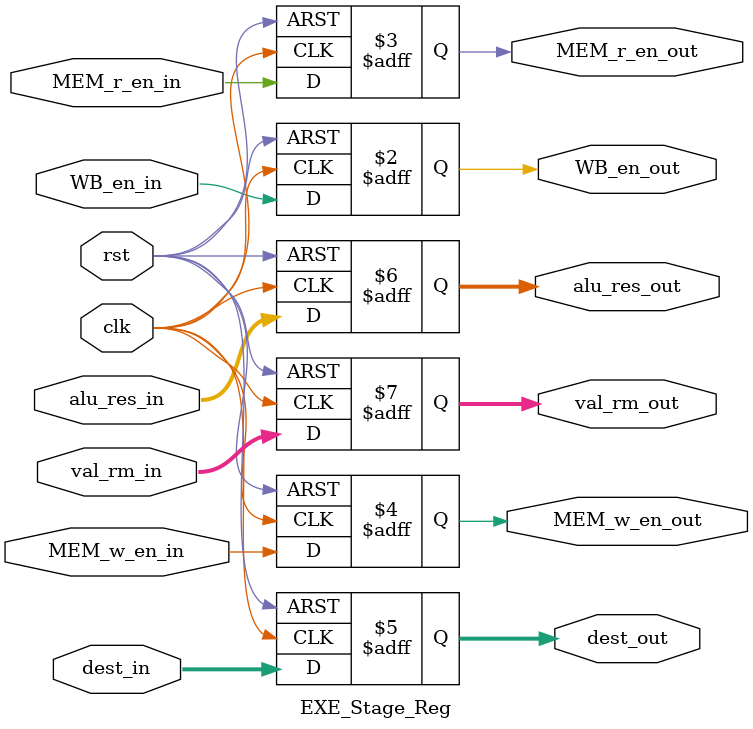
<source format=v>
module EXE_Stage_Reg (
  input clk, rst, WB_en_in, MEM_r_en_in, MEM_w_en_in,
  input [3:0] dest_in,
  input [31:0] alu_res_in, val_rm_in,

  output reg WB_en_out, MEM_r_en_out, MEM_w_en_out,
  output reg [3:0] dest_out,
  output reg [31:0] alu_res_out, val_rm_out
);
  always @(posedge clk, posedge rst) begin
    if (rst) begin
      WB_en_out <= 1'b0;
      MEM_r_en_out <= 1'b0;
      MEM_w_en_out <= 1'b0;
      alu_res_out <= 32'b0;
      val_rm_out <= 32'b0;
      dest_out <= 4'b0;
    end
    else if (clk) begin
      WB_en_out <= WB_en_in;
      MEM_r_en_out <= MEM_r_en_in;
      MEM_w_en_out <= MEM_w_en_in;
      alu_res_out <= alu_res_in;
      val_rm_out <= val_rm_in;
      dest_out <= dest_in;
    end
    else begin
      WB_en_out <= WB_en_out;
      MEM_r_en_out <= MEM_r_en_out;
      MEM_w_en_out <= MEM_w_en_out;
      alu_res_out <= alu_res_out;
      val_rm_out <= val_rm_out;
      dest_out <= dest_out;
    end
  end
endmodule
</source>
